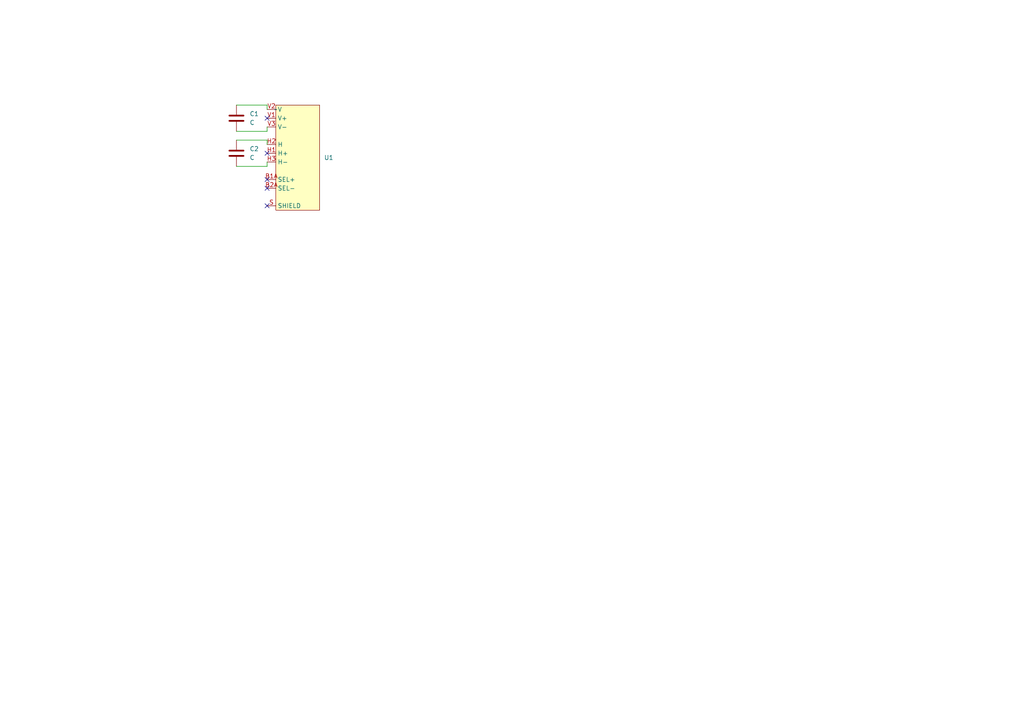
<source format=kicad_sch>
(kicad_sch (version 20230121) (generator eeschema)

  (uuid 8e8e4b33-0940-420a-87b7-894114269a25)

  (paper "A4")

  (lib_symbols
    (symbol "Device:C" (pin_numbers hide) (pin_names (offset 0.254)) (in_bom yes) (on_board yes)
      (property "Reference" "C" (at 0.635 2.54 0)
        (effects (font (size 1.27 1.27)) (justify left))
      )
      (property "Value" "C" (at 0.635 -2.54 0)
        (effects (font (size 1.27 1.27)) (justify left))
      )
      (property "Footprint" "" (at 0.9652 -3.81 0)
        (effects (font (size 1.27 1.27)) hide)
      )
      (property "Datasheet" "~" (at 0 0 0)
        (effects (font (size 1.27 1.27)) hide)
      )
      (property "ki_keywords" "cap capacitor" (at 0 0 0)
        (effects (font (size 1.27 1.27)) hide)
      )
      (property "ki_description" "Unpolarized capacitor" (at 0 0 0)
        (effects (font (size 1.27 1.27)) hide)
      )
      (property "ki_fp_filters" "C_*" (at 0 0 0)
        (effects (font (size 1.27 1.27)) hide)
      )
      (symbol "C_0_1"
        (polyline
          (pts
            (xy -2.032 -0.762)
            (xy 2.032 -0.762)
          )
          (stroke (width 0.508) (type default))
          (fill (type none))
        )
        (polyline
          (pts
            (xy -2.032 0.762)
            (xy 2.032 0.762)
          )
          (stroke (width 0.508) (type default))
          (fill (type none))
        )
      )
      (symbol "C_1_1"
        (pin passive line (at 0 3.81 270) (length 2.794)
          (name "~" (effects (font (size 1.27 1.27))))
          (number "1" (effects (font (size 1.27 1.27))))
        )
        (pin passive line (at 0 -3.81 90) (length 2.794)
          (name "~" (effects (font (size 1.27 1.27))))
          (number "2" (effects (font (size 1.27 1.27))))
        )
      )
    )
    (symbol "ps4_joystick:ps4_joystick" (in_bom yes) (on_board yes)
      (property "Reference" "U" (at 6.35 2.54 0)
        (effects (font (size 1.27 1.27)))
      )
      (property "Value" "" (at 0 0 0)
        (effects (font (size 1.27 1.27)))
      )
      (property "Footprint" "" (at 0 0 0)
        (effects (font (size 1.27 1.27)) hide)
      )
      (property "Datasheet" "" (at 0 0 0)
        (effects (font (size 1.27 1.27)) hide)
      )
      (symbol "ps4_joystick_1_1"
        (rectangle (start 0 1.27) (end 12.7 -29.21)
          (stroke (width 0) (type default))
          (fill (type background))
        )
        (pin output line (at -2.54 -20.32 0) (length 2.54)
          (name "SEL+" (effects (font (size 1.27 1.27))))
          (number "B1A" (effects (font (size 1.27 1.27))))
        )
        (pin power_in line (at -2.54 -22.86 0) (length 2.54)
          (name "SEL-" (effects (font (size 1.27 1.27))))
          (number "B2A" (effects (font (size 1.27 1.27))))
        )
        (pin power_in line (at -2.54 -12.7 0) (length 2.54)
          (name "H+" (effects (font (size 1.27 1.27))))
          (number "H1" (effects (font (size 1.27 1.27))))
        )
        (pin output line (at -2.54 -10.16 0) (length 2.54)
          (name "H" (effects (font (size 1.27 1.27))))
          (number "H2" (effects (font (size 1.27 1.27))))
        )
        (pin power_in line (at -2.54 -15.24 0) (length 2.54)
          (name "H-" (effects (font (size 1.27 1.27))))
          (number "H3" (effects (font (size 1.27 1.27))))
        )
        (pin power_in line (at -2.54 -27.94 0) (length 2.54)
          (name "SHIELD" (effects (font (size 1.27 1.27))))
          (number "S" (effects (font (size 1.27 1.27))))
        )
        (pin power_in line (at -2.54 -2.54 0) (length 2.54)
          (name "V+" (effects (font (size 1.27 1.27))))
          (number "V1" (effects (font (size 1.27 1.27))))
        )
        (pin output line (at -2.54 0 0) (length 2.54)
          (name "V" (effects (font (size 1.27 1.27))))
          (number "V2" (effects (font (size 1.27 1.27))))
        )
        (pin power_in line (at -2.54 -5.08 0) (length 2.54)
          (name "V-" (effects (font (size 1.27 1.27))))
          (number "V3" (effects (font (size 1.27 1.27))))
        )
      )
    )
  )


  (no_connect (at 77.47 59.69) (uuid 07984bfb-8089-478b-8862-57f89467f19f))
  (no_connect (at 77.47 52.07) (uuid 6ee88805-6438-4d39-a56d-9e1bdd8e921c))
  (no_connect (at 77.47 54.61) (uuid 8538aec4-bd80-4260-8020-2fa92d8b5ea9))
  (no_connect (at 77.47 34.29) (uuid 9c139764-44c4-439c-a4dc-0bc2d601c6ad))
  (no_connect (at 77.47 44.45) (uuid a6508a0f-5881-4887-8b01-8049d4354613))

  (wire (pts (xy 68.58 48.26) (xy 77.47 48.26))
    (stroke (width 0) (type default))
    (uuid 1621c021-6da8-40d0-bf63-dd30d7f8e251)
  )
  (wire (pts (xy 68.58 40.64) (xy 77.47 40.64))
    (stroke (width 0) (type default))
    (uuid 27ded4bc-f073-454f-ac57-c599efc5d655)
  )
  (wire (pts (xy 77.47 48.26) (xy 77.47 46.99))
    (stroke (width 0) (type default))
    (uuid 5e62543e-09fa-4888-b8d7-affbfa328e68)
  )
  (wire (pts (xy 68.58 38.1) (xy 77.47 38.1))
    (stroke (width 0) (type default))
    (uuid 731ea9d8-3dd2-44d5-aba0-2c50f05efcd7)
  )
  (wire (pts (xy 68.58 30.48) (xy 77.47 30.48))
    (stroke (width 0) (type default))
    (uuid 7c6e4db0-bb60-496d-a616-aa363dffc76d)
  )
  (wire (pts (xy 77.47 30.48) (xy 77.47 31.75))
    (stroke (width 0) (type default))
    (uuid b7bd06e0-05fd-4c19-b1a4-df0b748e7d7e)
  )
  (wire (pts (xy 77.47 40.64) (xy 77.47 41.91))
    (stroke (width 0) (type default))
    (uuid f68515f2-027b-4442-9212-aa57a5ac0c4d)
  )
  (wire (pts (xy 77.47 38.1) (xy 77.47 36.83))
    (stroke (width 0) (type default))
    (uuid fb283e4f-913c-4e35-a342-fb1eb8f66d35)
  )

  (symbol (lib_id "ps4_joystick:ps4_joystick") (at 80.01 31.75 0) (unit 1)
    (in_bom yes) (on_board yes) (dnp no) (fields_autoplaced)
    (uuid 58f1c01f-5b78-493f-9277-d8ff1a8466b6)
    (property "Reference" "U1" (at 93.98 45.72 0)
      (effects (font (size 1.27 1.27)) (justify left))
    )
    (property "Value" "~" (at 80.01 31.75 0)
      (effects (font (size 1.27 1.27)))
    )
    (property "Footprint" "ps4_joystick:PS4_joystick" (at 80.01 31.75 0)
      (effects (font (size 1.27 1.27)) hide)
    )
    (property "Datasheet" "" (at 80.01 31.75 0)
      (effects (font (size 1.27 1.27)) hide)
    )
    (pin "S" (uuid da6316d0-3e60-42f7-8067-307029f9b3f3))
    (pin "H2" (uuid 1a61415a-59b6-4c18-af29-c187fee3e7eb))
    (pin "V3" (uuid b0a12bf8-ea64-48e9-8e5e-ca599fb629a0))
    (pin "B1A" (uuid 7254535a-cb90-416e-a8e0-28619810eda0))
    (pin "V2" (uuid d15dbb12-c95b-4ec0-8394-df81133942cb))
    (pin "V1" (uuid 8c3e030a-0cc3-47f0-915d-d30a9b0afbba))
    (pin "H3" (uuid e5fa24cd-ebae-4b4f-a780-6f61c4e8271d))
    (pin "H1" (uuid e7d9d186-225c-4161-bdf0-c310b20de679))
    (pin "B2A" (uuid 149f6891-db06-4d5f-86a7-8985b91a754e))
    (instances
      (project "ps4snapbackcaps"
        (path "/8e8e4b33-0940-420a-87b7-894114269a25"
          (reference "U1") (unit 1)
        )
      )
    )
  )

  (symbol (lib_id "Device:C") (at 68.58 34.29 0) (unit 1)
    (in_bom yes) (on_board yes) (dnp no) (fields_autoplaced)
    (uuid cae117a1-10cb-4223-a9e9-a7f1b92e34f8)
    (property "Reference" "C1" (at 72.39 33.02 0)
      (effects (font (size 1.27 1.27)) (justify left))
    )
    (property "Value" "C" (at 72.39 35.56 0)
      (effects (font (size 1.27 1.27)) (justify left))
    )
    (property "Footprint" "Capacitor_SMD:C_0805_2012Metric_Pad1.18x1.45mm_HandSolder" (at 69.5452 38.1 0)
      (effects (font (size 1.27 1.27)) hide)
    )
    (property "Datasheet" "~" (at 68.58 34.29 0)
      (effects (font (size 1.27 1.27)) hide)
    )
    (pin "2" (uuid 61343434-24c9-4501-8397-7d722546d53d))
    (pin "1" (uuid 7b558691-b5c3-4bef-9d36-83c38af9cf15))
    (instances
      (project "ps4snapbackcaps"
        (path "/8e8e4b33-0940-420a-87b7-894114269a25"
          (reference "C1") (unit 1)
        )
      )
    )
  )

  (symbol (lib_id "Device:C") (at 68.58 44.45 0) (unit 1)
    (in_bom yes) (on_board yes) (dnp no) (fields_autoplaced)
    (uuid eb96b333-0bac-401f-9c36-4fa284db2b2b)
    (property "Reference" "C2" (at 72.39 43.18 0)
      (effects (font (size 1.27 1.27)) (justify left))
    )
    (property "Value" "C" (at 72.39 45.72 0)
      (effects (font (size 1.27 1.27)) (justify left))
    )
    (property "Footprint" "Capacitor_SMD:C_0805_2012Metric_Pad1.18x1.45mm_HandSolder" (at 69.5452 48.26 0)
      (effects (font (size 1.27 1.27)) hide)
    )
    (property "Datasheet" "~" (at 68.58 44.45 0)
      (effects (font (size 1.27 1.27)) hide)
    )
    (pin "2" (uuid b39b9f29-4674-438c-817b-9e8270b5d119))
    (pin "1" (uuid 9bfd88a0-3179-4479-8d9e-8930ac64949e))
    (instances
      (project "ps4snapbackcaps"
        (path "/8e8e4b33-0940-420a-87b7-894114269a25"
          (reference "C2") (unit 1)
        )
      )
    )
  )

  (sheet_instances
    (path "/" (page "1"))
  )
)

</source>
